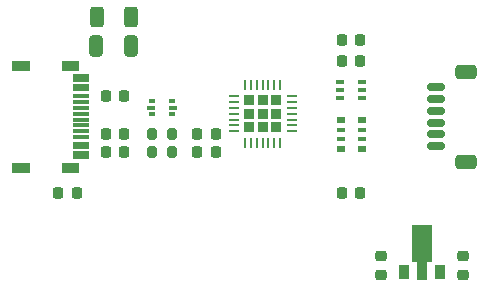
<source format=gbr>
G04 #@! TF.GenerationSoftware,KiCad,Pcbnew,7.0.9*
G04 #@! TF.CreationDate,2024-02-28T09:18:08+02:00*
G04 #@! TF.ProjectId,link,6c696e6b-2e6b-4696-9361-645f70636258,rev?*
G04 #@! TF.SameCoordinates,Original*
G04 #@! TF.FileFunction,Paste,Top*
G04 #@! TF.FilePolarity,Positive*
%FSLAX46Y46*%
G04 Gerber Fmt 4.6, Leading zero omitted, Abs format (unit mm)*
G04 Created by KiCad (PCBNEW 7.0.9) date 2024-02-28 09:18:08*
%MOMM*%
%LPD*%
G01*
G04 APERTURE LIST*
G04 Aperture macros list*
%AMRoundRect*
0 Rectangle with rounded corners*
0 $1 Rounding radius*
0 $2 $3 $4 $5 $6 $7 $8 $9 X,Y pos of 4 corners*
0 Add a 4 corners polygon primitive as box body*
4,1,4,$2,$3,$4,$5,$6,$7,$8,$9,$2,$3,0*
0 Add four circle primitives for the rounded corners*
1,1,$1+$1,$2,$3*
1,1,$1+$1,$4,$5*
1,1,$1+$1,$6,$7*
1,1,$1+$1,$8,$9*
0 Add four rect primitives between the rounded corners*
20,1,$1+$1,$2,$3,$4,$5,0*
20,1,$1+$1,$4,$5,$6,$7,0*
20,1,$1+$1,$6,$7,$8,$9,0*
20,1,$1+$1,$8,$9,$2,$3,0*%
%AMFreePoly0*
4,1,9,3.862500,-0.866500,0.737500,-0.866500,0.737500,-0.450000,-0.737500,-0.450000,-0.737500,0.450000,0.737500,0.450000,0.737500,0.866500,3.862500,0.866500,3.862500,-0.866500,3.862500,-0.866500,$1*%
G04 Aperture macros list end*
%ADD10C,0.100000*%
%ADD11RoundRect,0.249999X-0.325001X-0.650001X0.325001X-0.650001X0.325001X0.650001X-0.325001X0.650001X0*%
%ADD12RoundRect,0.218750X-0.256250X0.218750X-0.256250X-0.218750X0.256250X-0.218750X0.256250X0.218750X0*%
%ADD13RoundRect,0.218750X0.218750X0.256250X-0.218750X0.256250X-0.218750X-0.256250X0.218750X-0.256250X0*%
%ADD14RoundRect,0.150000X-0.625000X0.150000X-0.625000X-0.150000X0.625000X-0.150000X0.625000X0.150000X0*%
%ADD15RoundRect,0.249999X-0.650001X0.350001X-0.650001X-0.350001X0.650001X-0.350001X0.650001X0.350001X0*%
%ADD16R,1.450000X0.300000*%
%ADD17RoundRect,0.218750X-0.218750X-0.256250X0.218750X-0.256250X0.218750X0.256250X-0.218750X0.256250X0*%
%ADD18RoundRect,0.249999X-0.312501X-0.625001X0.312501X-0.625001X0.312501X0.625001X-0.312501X0.625001X0*%
%ADD19RoundRect,0.225000X0.225000X0.250000X-0.225000X0.250000X-0.225000X-0.250000X0.225000X-0.250000X0*%
%ADD20RoundRect,0.200000X-0.200000X-0.275000X0.200000X-0.275000X0.200000X0.275000X-0.200000X0.275000X0*%
%ADD21RoundRect,0.225000X-0.225000X-0.225000X0.225000X-0.225000X0.225000X0.225000X-0.225000X0.225000X0*%
%ADD22RoundRect,0.062500X-0.337500X-0.062500X0.337500X-0.062500X0.337500X0.062500X-0.337500X0.062500X0*%
%ADD23RoundRect,0.062500X-0.062500X-0.337500X0.062500X-0.337500X0.062500X0.337500X-0.062500X0.337500X0*%
%ADD24R,0.900000X1.300000*%
%ADD25FreePoly0,90.000000*%
%ADD26R,0.650000X0.400000*%
%ADD27R,0.800000X0.500000*%
%ADD28R,0.800000X0.400000*%
%ADD29R,0.500000X0.375000*%
%ADD30R,0.650000X0.300000*%
G04 APERTURE END LIST*
D10*
X117389500Y-82063000D02*
X115992500Y-82063000D01*
X115992500Y-81301000D01*
X117389500Y-81301000D01*
X117389500Y-82063000D01*
G36*
X117389500Y-82063000D02*
G01*
X115992500Y-82063000D01*
X115992500Y-81301000D01*
X117389500Y-81301000D01*
X117389500Y-82063000D01*
G37*
X113198500Y-82063000D02*
X111801500Y-82063000D01*
X111801500Y-81301000D01*
X113198500Y-81301000D01*
X113198500Y-82063000D01*
G36*
X113198500Y-82063000D02*
G01*
X111801500Y-82063000D01*
X111801500Y-81301000D01*
X113198500Y-81301000D01*
X113198500Y-82063000D01*
G37*
X117389500Y-90699000D02*
X115992500Y-90699000D01*
X115992500Y-89937000D01*
X117389500Y-89937000D01*
X117389500Y-90699000D01*
G36*
X117389500Y-90699000D02*
G01*
X115992500Y-90699000D01*
X115992500Y-89937000D01*
X117389500Y-89937000D01*
X117389500Y-90699000D01*
G37*
X113198500Y-90699000D02*
X111801500Y-90699000D01*
X111801500Y-89937000D01*
X113198500Y-89937000D01*
X113198500Y-90699000D01*
G36*
X113198500Y-90699000D02*
G01*
X111801500Y-90699000D01*
X111801500Y-89937000D01*
X113198500Y-89937000D01*
X113198500Y-90699000D01*
G37*
D11*
X118925000Y-80000000D03*
X121875000Y-80000000D03*
D12*
X143000000Y-97812500D03*
X143000000Y-99387500D03*
D13*
X129037500Y-87500000D03*
X127462500Y-87500000D03*
D12*
X150000000Y-97812500D03*
X150000000Y-99387500D03*
D13*
X121287500Y-89000000D03*
X119712500Y-89000000D03*
D14*
X147675000Y-83500000D03*
X147675000Y-84500000D03*
X147675000Y-85500000D03*
X147675000Y-86500000D03*
X147675000Y-87500000D03*
X147675000Y-88500000D03*
D15*
X150200000Y-82200000D03*
X150200000Y-89800000D03*
D16*
X117600000Y-82600000D03*
X117600000Y-83400000D03*
X117600000Y-84750000D03*
X117600000Y-85750000D03*
X117600000Y-86250000D03*
X117600000Y-87250000D03*
X117600000Y-88600000D03*
X117600000Y-89400000D03*
X117600000Y-89100000D03*
X117600000Y-88300000D03*
X117600000Y-87750000D03*
X117600000Y-86750000D03*
X117600000Y-85250000D03*
X117600000Y-84250000D03*
X117600000Y-83700000D03*
X117600000Y-82900000D03*
D17*
X119712500Y-87500000D03*
X121287500Y-87500000D03*
X119712500Y-84250000D03*
X121287500Y-84250000D03*
D18*
X118937500Y-77600000D03*
X121862500Y-77600000D03*
D13*
X141287500Y-79500000D03*
X139712500Y-79500000D03*
D19*
X141275000Y-81250000D03*
X139725000Y-81250000D03*
D20*
X123675000Y-89000000D03*
X125325000Y-89000000D03*
X123675000Y-87500000D03*
X125325000Y-87500000D03*
D21*
X131880000Y-84630000D03*
X131880000Y-85750000D03*
X131880000Y-86870000D03*
X133000000Y-84630000D03*
X133000000Y-85750000D03*
X133000000Y-86870000D03*
X134120000Y-84630000D03*
X134120000Y-85750000D03*
X134120000Y-86870000D03*
D22*
X130550000Y-84250000D03*
X130550000Y-84750000D03*
X130550000Y-85250000D03*
X130550000Y-85750000D03*
X130550000Y-86250000D03*
X130550000Y-86750000D03*
X130550000Y-87250000D03*
D23*
X131500000Y-88200000D03*
X132000000Y-88200000D03*
X132500000Y-88200000D03*
X133000000Y-88200000D03*
X133500000Y-88200000D03*
X134000000Y-88200000D03*
X134500000Y-88200000D03*
D22*
X135450000Y-87250000D03*
X135450000Y-86750000D03*
X135450000Y-86250000D03*
X135450000Y-85750000D03*
X135450000Y-85250000D03*
X135450000Y-84750000D03*
X135450000Y-84250000D03*
D23*
X134500000Y-83300000D03*
X134000000Y-83300000D03*
X133500000Y-83300000D03*
X133000000Y-83300000D03*
X132500000Y-83300000D03*
X132000000Y-83300000D03*
X131500000Y-83300000D03*
D24*
X145000000Y-99150000D03*
D25*
X146500000Y-99062500D03*
D24*
X148000000Y-99150000D03*
D13*
X129037500Y-89000000D03*
X127462500Y-89000000D03*
X141287500Y-92500000D03*
X139712500Y-92500000D03*
D26*
X141450000Y-84400000D03*
X141450000Y-83750000D03*
X141450000Y-83100000D03*
X139550000Y-83100000D03*
X139550000Y-83750000D03*
X139550000Y-84400000D03*
D27*
X139600000Y-86300000D03*
D28*
X139600000Y-87100000D03*
X139600000Y-87900000D03*
D27*
X139600000Y-88700000D03*
X141400000Y-88700000D03*
D28*
X141400000Y-87900000D03*
X141400000Y-87100000D03*
D27*
X141400000Y-86300000D03*
D17*
X115712500Y-92500000D03*
X117287500Y-92500000D03*
D29*
X123650000Y-84712500D03*
D30*
X123575000Y-85250000D03*
D29*
X123650000Y-85787500D03*
X125350000Y-85787500D03*
D30*
X125425000Y-85250000D03*
D29*
X125350000Y-84712500D03*
M02*

</source>
